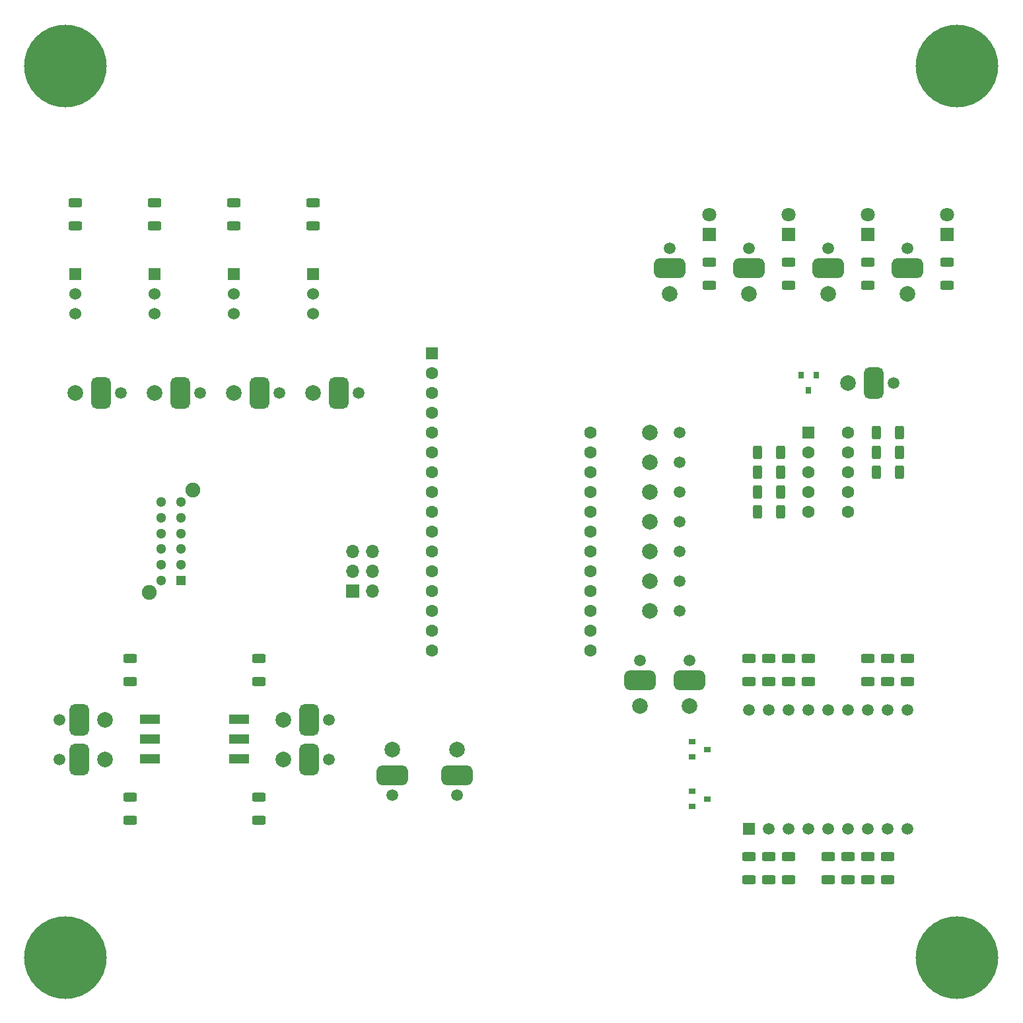
<source format=gts>
G04 #@! TF.GenerationSoftware,KiCad,Pcbnew,(6.0.7)*
G04 #@! TF.CreationDate,2022-11-10T17:29:02-05:00*
G04 #@! TF.ProjectId,M5TC-2022-U4BN,4d355443-2d32-4303-9232-2d5534424e2e,rev?*
G04 #@! TF.SameCoordinates,Original*
G04 #@! TF.FileFunction,Soldermask,Top*
G04 #@! TF.FilePolarity,Negative*
%FSLAX46Y46*%
G04 Gerber Fmt 4.6, Leading zero omitted, Abs format (unit mm)*
G04 Created by KiCad (PCBNEW (6.0.7)) date 2022-11-10 17:29:02*
%MOMM*%
%LPD*%
G01*
G04 APERTURE LIST*
G04 Aperture macros list*
%AMRoundRect*
0 Rectangle with rounded corners*
0 $1 Rounding radius*
0 $2 $3 $4 $5 $6 $7 $8 $9 X,Y pos of 4 corners*
0 Add a 4 corners polygon primitive as box body*
4,1,4,$2,$3,$4,$5,$6,$7,$8,$9,$2,$3,0*
0 Add four circle primitives for the rounded corners*
1,1,$1+$1,$2,$3*
1,1,$1+$1,$4,$5*
1,1,$1+$1,$6,$7*
1,1,$1+$1,$8,$9*
0 Add four rect primitives between the rounded corners*
20,1,$1+$1,$2,$3,$4,$5,0*
20,1,$1+$1,$4,$5,$6,$7,0*
20,1,$1+$1,$6,$7,$8,$9,0*
20,1,$1+$1,$8,$9,$2,$3,0*%
G04 Aperture macros list end*
%ADD10R,1.600000X1.600000*%
%ADD11C,1.600000*%
%ADD12RoundRect,0.249999X0.625001X-0.312501X0.625001X0.312501X-0.625001X0.312501X-0.625001X-0.312501X0*%
%ADD13RoundRect,0.249999X-0.625001X0.312501X-0.625001X-0.312501X0.625001X-0.312501X0.625001X0.312501X0*%
%ADD14C,0.900000*%
%ADD15C,10.600000*%
%ADD16R,1.700000X1.700000*%
%ADD17O,1.700000X1.700000*%
%ADD18R,0.800000X0.900000*%
%ADD19R,0.900000X0.800000*%
%ADD20RoundRect,0.249999X-0.312501X-0.625001X0.312501X-0.625001X0.312501X0.625001X-0.312501X0.625001X0*%
%ADD21RoundRect,0.249999X0.312501X0.625001X-0.312501X0.625001X-0.312501X-0.625001X0.312501X-0.625001X0*%
%ADD22R,1.500000X1.500000*%
%ADD23C,1.500000*%
%ADD24R,1.800000X1.800000*%
%ADD25C,1.800000*%
%ADD26R,1.300000X1.300000*%
%ADD27C,1.300000*%
%ADD28C,1.900000*%
%ADD29C,1.999996*%
%ADD30C,1.499997*%
%ADD31RoundRect,0.624998X-1.374998X0.624999X-1.374998X-0.624999X1.374998X-0.624999X1.374998X0.624999X0*%
%ADD32RoundRect,0.624998X1.374998X-0.624999X1.374998X0.624999X-1.374998X0.624999X-1.374998X-0.624999X0*%
%ADD33RoundRect,0.624998X-0.624999X-1.374998X0.624999X-1.374998X0.624999X1.374998X-0.624999X1.374998X0*%
%ADD34RoundRect,0.624998X0.624999X1.374998X-0.624999X1.374998X-0.624999X-1.374998X0.624999X-1.374998X0*%
%ADD35R,1.524000X1.524000*%
%ADD36C,1.524000*%
%ADD37R,2.600000X1.200000*%
G04 APERTURE END LIST*
D10*
X205740000Y-144780000D03*
D11*
X205740000Y-147320000D03*
X205740000Y-149860000D03*
X205740000Y-152400000D03*
X205740000Y-154940000D03*
X205740000Y-157480000D03*
X205740000Y-160020000D03*
X205740000Y-162560000D03*
X205740000Y-165100000D03*
X205740000Y-167640000D03*
X205740000Y-170180000D03*
X205740000Y-172720000D03*
X205740000Y-175260000D03*
X205740000Y-177800000D03*
X205740000Y-180340000D03*
X205740000Y-182880000D03*
X226060000Y-182880000D03*
X226060000Y-180340000D03*
X226060000Y-177800000D03*
X226060000Y-175260000D03*
X226060000Y-172720000D03*
X226060000Y-170180000D03*
X226060000Y-167640000D03*
X226060000Y-165100000D03*
X226060000Y-162560000D03*
X226060000Y-160020000D03*
X226060000Y-157480000D03*
X226060000Y-154940000D03*
D12*
X160020000Y-128462500D03*
X160020000Y-125537500D03*
X170180000Y-128462500D03*
X170180000Y-125537500D03*
X180340000Y-128462500D03*
X180340000Y-125537500D03*
X190500000Y-128462500D03*
X190500000Y-125537500D03*
D13*
X271780000Y-133157500D03*
X271780000Y-136082500D03*
X261620000Y-133157500D03*
X261620000Y-136082500D03*
X251460000Y-133157500D03*
X251460000Y-136082500D03*
X241300000Y-133157500D03*
X241300000Y-136082500D03*
D12*
X183515000Y-204662500D03*
X183515000Y-201737500D03*
D13*
X167005000Y-183957500D03*
X167005000Y-186882500D03*
D12*
X183515000Y-186882500D03*
X183515000Y-183957500D03*
X167005000Y-204662500D03*
X167005000Y-201737500D03*
D14*
X269075000Y-222250000D03*
X273050000Y-218275000D03*
D15*
X273050000Y-222250000D03*
D14*
X270239251Y-219439251D03*
X277025000Y-222250000D03*
X273050000Y-226225000D03*
X270239251Y-225060749D03*
X275860749Y-225060749D03*
X275860749Y-219439251D03*
X277025000Y-107950000D03*
X273050000Y-111925000D03*
X275860749Y-110760749D03*
D15*
X273050000Y-107950000D03*
D14*
X275860749Y-105139251D03*
X269075000Y-107950000D03*
X270239251Y-105139251D03*
X270239251Y-110760749D03*
X273050000Y-103975000D03*
X161560749Y-219439251D03*
X162725000Y-222250000D03*
X158750000Y-218275000D03*
X154775000Y-222250000D03*
X155939251Y-219439251D03*
X155939251Y-225060749D03*
D15*
X158750000Y-222250000D03*
D14*
X158750000Y-226225000D03*
X161560749Y-225060749D03*
X162725000Y-107950000D03*
X154775000Y-107950000D03*
X155939251Y-110760749D03*
X158750000Y-111925000D03*
X161560749Y-110760749D03*
X158750000Y-103975000D03*
X161560749Y-105139251D03*
D15*
X158750000Y-107950000D03*
D14*
X155939251Y-105139251D03*
D16*
X195580000Y-175260000D03*
D17*
X198120000Y-175260000D03*
X195580000Y-172720000D03*
X198120000Y-172720000D03*
X195580000Y-170180000D03*
X198120000Y-170180000D03*
D18*
X254950000Y-147590000D03*
X253050000Y-147590000D03*
X254000000Y-149590000D03*
D19*
X239030000Y-194630000D03*
X239030000Y-196530000D03*
X241030000Y-195580000D03*
X239030000Y-200980000D03*
X239030000Y-202880000D03*
X241030000Y-201930000D03*
D20*
X262697500Y-154940000D03*
X265622500Y-154940000D03*
X262697500Y-157480000D03*
X265622500Y-157480000D03*
X262697500Y-160020000D03*
X265622500Y-160020000D03*
D21*
X250382500Y-165100000D03*
X247457500Y-165100000D03*
X250382500Y-162560000D03*
X247457500Y-162560000D03*
X250382500Y-157480000D03*
X247457500Y-157480000D03*
X250382500Y-160020000D03*
X247457500Y-160020000D03*
D12*
X251460000Y-186882500D03*
X251460000Y-183957500D03*
X254000000Y-186882500D03*
X254000000Y-183957500D03*
D13*
X251460000Y-209357500D03*
X251460000Y-212282500D03*
X248920000Y-209357500D03*
X248920000Y-212282500D03*
X246380000Y-209357500D03*
X246380000Y-212282500D03*
D12*
X246380000Y-186882500D03*
X246380000Y-183957500D03*
X248920000Y-186882500D03*
X248920000Y-183957500D03*
D13*
X264160000Y-183957500D03*
X264160000Y-186882500D03*
X266700000Y-183957500D03*
X266700000Y-186882500D03*
D12*
X264160000Y-212282500D03*
X264160000Y-209357500D03*
X259080000Y-212282500D03*
X259080000Y-209357500D03*
X256540000Y-212282500D03*
X256540000Y-209357500D03*
D13*
X261620000Y-183957500D03*
X261620000Y-186882500D03*
D12*
X261620000Y-212282500D03*
X261620000Y-209357500D03*
D10*
X254000000Y-154940000D03*
D11*
X254000000Y-157480000D03*
X254000000Y-160020000D03*
X254000000Y-162560000D03*
X254000000Y-165100000D03*
X259080000Y-165100000D03*
X259080000Y-162560000D03*
X259080000Y-160020000D03*
X259080000Y-157480000D03*
X259080000Y-154940000D03*
D22*
X246380000Y-205740000D03*
D23*
X248920000Y-205740000D03*
X251460000Y-205740000D03*
X254000000Y-205740000D03*
X256540000Y-205740000D03*
X259080000Y-205740000D03*
X261620000Y-205740000D03*
X264160000Y-205740000D03*
X266700000Y-205740000D03*
X266700000Y-190500000D03*
X264160000Y-190500000D03*
X261620000Y-190500000D03*
X259080000Y-190500000D03*
X256540000Y-190500000D03*
X254000000Y-190500000D03*
X251460000Y-190500000D03*
X248920000Y-190500000D03*
X246380000Y-190500000D03*
D24*
X271780000Y-129540000D03*
D25*
X271780000Y-127000000D03*
D24*
X261620000Y-129540000D03*
D25*
X261620000Y-127000000D03*
D24*
X251460000Y-129540000D03*
D25*
X251460000Y-127000000D03*
D24*
X241300000Y-129540000D03*
D25*
X241300000Y-127000000D03*
D26*
X173510000Y-173910000D03*
D27*
X173510000Y-171910000D03*
X173510000Y-169910000D03*
X173510000Y-167910000D03*
X173510000Y-165910000D03*
X173510000Y-163910000D03*
X171010000Y-173910000D03*
X171010000Y-171910000D03*
X171010000Y-169910000D03*
X171010000Y-167910000D03*
X171010000Y-165910000D03*
X171010000Y-163910000D03*
D28*
X169460000Y-175510000D03*
X175060000Y-162310000D03*
D29*
X208915000Y-195580000D03*
D30*
X208915000Y-201422000D03*
D31*
X208915000Y-198882000D03*
D29*
X200660000Y-195580000D03*
D31*
X200660000Y-198882000D03*
D30*
X200660000Y-201422000D03*
X266700000Y-131318000D03*
D29*
X266700000Y-137160000D03*
D32*
X266700000Y-133858000D03*
D29*
X256540000Y-137160000D03*
D32*
X256540000Y-133858000D03*
D30*
X256540000Y-131318000D03*
D32*
X246380000Y-133858000D03*
D30*
X246380000Y-131318000D03*
D29*
X246380000Y-137160000D03*
D32*
X236220000Y-133858000D03*
D30*
X236220000Y-131318000D03*
D29*
X236220000Y-137160000D03*
X233680000Y-154940000D03*
D30*
X237490000Y-154940000D03*
D29*
X233680000Y-158750000D03*
D30*
X237490000Y-158750000D03*
X237490000Y-162560000D03*
D29*
X233680000Y-162560000D03*
D30*
X237490000Y-166370000D03*
D29*
X233680000Y-166370000D03*
X233680000Y-170180000D03*
D30*
X237490000Y-170180000D03*
X237490000Y-173990000D03*
D29*
X233680000Y-173990000D03*
D30*
X237490000Y-177800000D03*
D29*
X233680000Y-177800000D03*
D33*
X262382000Y-148590000D03*
D30*
X264922000Y-148590000D03*
D29*
X259080000Y-148590000D03*
X238760000Y-189992000D03*
D30*
X238760000Y-184150000D03*
D32*
X238760000Y-186690000D03*
D29*
X232410000Y-189992000D03*
D32*
X232410000Y-186690000D03*
D30*
X232410000Y-184150000D03*
X196342000Y-149860000D03*
D29*
X190500000Y-149860000D03*
D33*
X193802000Y-149860000D03*
D29*
X180340000Y-149860000D03*
D33*
X183642000Y-149860000D03*
D30*
X186182000Y-149860000D03*
D29*
X170180000Y-149860000D03*
D33*
X173482000Y-149860000D03*
D30*
X176022000Y-149860000D03*
D29*
X160020000Y-149860000D03*
D30*
X165862000Y-149860000D03*
D33*
X163322000Y-149860000D03*
D30*
X192532000Y-196850000D03*
D33*
X189992000Y-196850000D03*
D29*
X186690000Y-196850000D03*
D34*
X160528000Y-191770000D03*
D30*
X157988000Y-191770000D03*
D29*
X163830000Y-191770000D03*
X186690000Y-191770000D03*
D33*
X189992000Y-191770000D03*
D30*
X192532000Y-191770000D03*
X157988000Y-196850000D03*
D29*
X163830000Y-196850000D03*
D34*
X160528000Y-196850000D03*
D35*
X160020000Y-134620000D03*
D36*
X160020000Y-137160000D03*
X160020000Y-139700000D03*
D35*
X170180000Y-134620000D03*
D36*
X170180000Y-137160000D03*
X170180000Y-139700000D03*
D35*
X180340000Y-134620000D03*
D36*
X180340000Y-137160000D03*
X180340000Y-139700000D03*
D35*
X190500000Y-134620000D03*
D36*
X190500000Y-137160000D03*
X190500000Y-139700000D03*
D37*
X180975000Y-196810000D03*
X169545000Y-191730000D03*
X180975000Y-191730000D03*
X169545000Y-196810000D03*
X169545000Y-194270000D03*
X180975000Y-194270000D03*
M02*

</source>
